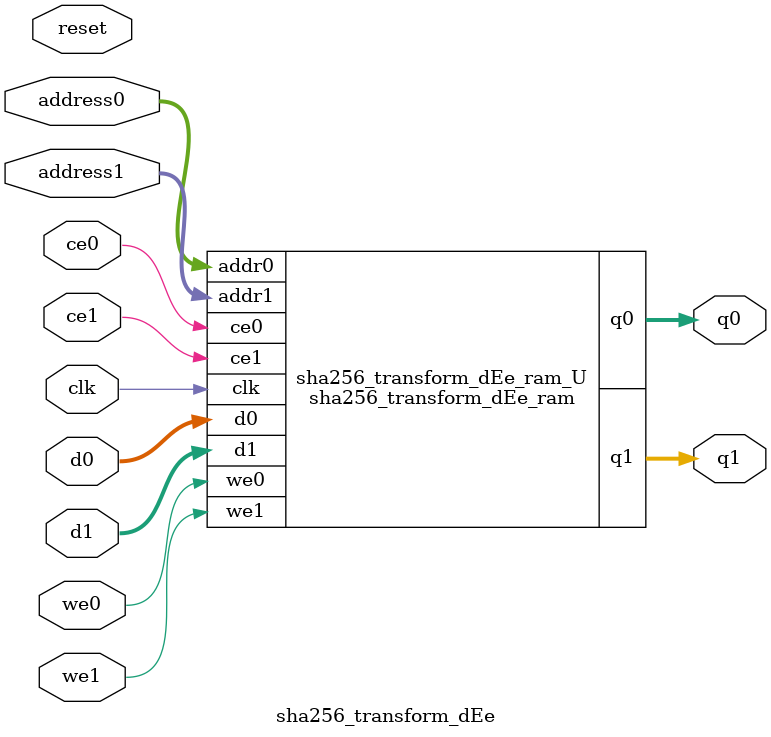
<source format=v>
`timescale 1 ns / 1 ps
module sha256_transform_dEe_ram (addr0, ce0, d0, we0, q0, addr1, ce1, d1, we1, q1,  clk);

parameter DWIDTH = 32;
parameter AWIDTH = 6;
parameter MEM_SIZE = 64;

input[AWIDTH-1:0] addr0;
input ce0;
input[DWIDTH-1:0] d0;
input we0;
output reg[DWIDTH-1:0] q0;
input[AWIDTH-1:0] addr1;
input ce1;
input[DWIDTH-1:0] d1;
input we1;
output reg[DWIDTH-1:0] q1;
input clk;

(* ram_style = "block" *)reg [DWIDTH-1:0] ram[0:MEM_SIZE-1];




always @(posedge clk)  
begin 
    if (ce0) begin
        if (we0) 
            ram[addr0] <= d0; 
        q0 <= ram[addr0];
    end
end


always @(posedge clk)  
begin 
    if (ce1) begin
        if (we1) 
            ram[addr1] <= d1; 
        q1 <= ram[addr1];
    end
end


endmodule

`timescale 1 ns / 1 ps
module sha256_transform_dEe(
    reset,
    clk,
    address0,
    ce0,
    we0,
    d0,
    q0,
    address1,
    ce1,
    we1,
    d1,
    q1);

parameter DataWidth = 32'd32;
parameter AddressRange = 32'd64;
parameter AddressWidth = 32'd6;
input reset;
input clk;
input[AddressWidth - 1:0] address0;
input ce0;
input we0;
input[DataWidth - 1:0] d0;
output[DataWidth - 1:0] q0;
input[AddressWidth - 1:0] address1;
input ce1;
input we1;
input[DataWidth - 1:0] d1;
output[DataWidth - 1:0] q1;



sha256_transform_dEe_ram sha256_transform_dEe_ram_U(
    .clk( clk ),
    .addr0( address0 ),
    .ce0( ce0 ),
    .we0( we0 ),
    .d0( d0 ),
    .q0( q0 ),
    .addr1( address1 ),
    .ce1( ce1 ),
    .we1( we1 ),
    .d1( d1 ),
    .q1( q1 ));

endmodule


</source>
